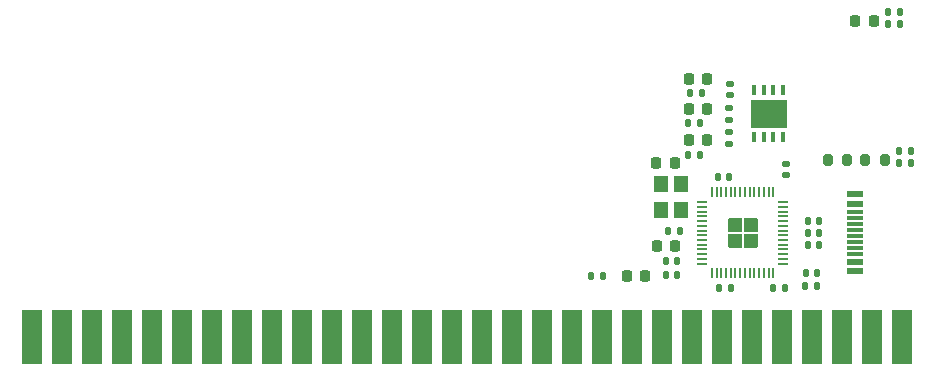
<source format=gbr>
%TF.GenerationSoftware,KiCad,Pcbnew,8.99.0-3258-g13625daeca*%
%TF.CreationDate,2025-03-11T23:12:25+01:00*%
%TF.ProjectId,anyesc,616e7965-7363-42e6-9b69-6361645f7063,V1.0*%
%TF.SameCoordinates,Original*%
%TF.FileFunction,Paste,Top*%
%TF.FilePolarity,Positive*%
%FSLAX46Y46*%
G04 Gerber Fmt 4.6, Leading zero omitted, Abs format (unit mm)*
G04 Created by KiCad (PCBNEW 8.99.0-3258-g13625daeca) date 2025-03-11 23:12:25*
%MOMM*%
%LPD*%
G01*
G04 APERTURE LIST*
G04 Aperture macros list*
%AMRoundRect*
0 Rectangle with rounded corners*
0 $1 Rounding radius*
0 $2 $3 $4 $5 $6 $7 $8 $9 X,Y pos of 4 corners*
0 Add a 4 corners polygon primitive as box body*
4,1,4,$2,$3,$4,$5,$6,$7,$8,$9,$2,$3,0*
0 Add four circle primitives for the rounded corners*
1,1,$1+$1,$2,$3*
1,1,$1+$1,$4,$5*
1,1,$1+$1,$6,$7*
1,1,$1+$1,$8,$9*
0 Add four rect primitives between the rounded corners*
20,1,$1+$1,$2,$3,$4,$5,0*
20,1,$1+$1,$4,$5,$6,$7,0*
20,1,$1+$1,$6,$7,$8,$9,0*
20,1,$1+$1,$8,$9,$2,$3,0*%
%AMFreePoly0*
4,1,19,0.563745,0.600348,0.608674,0.548497,0.619677,0.497915,0.619677,-0.497915,0.600348,-0.563745,0.548497,-0.608674,0.497915,-0.619677,-0.497915,-0.619677,-0.563745,-0.600348,-0.608674,-0.548497,-0.619677,-0.497915,-0.619677,0.397045,-0.600348,0.462875,-0.584014,0.483144,-0.483144,0.584014,-0.422927,0.616894,-0.397045,0.619677,0.497915,0.619677,0.563745,0.600348,0.563745,0.600348,
$1*%
%AMFreePoly1*
4,1,19,0.563745,0.600348,0.608674,0.548497,0.619677,0.497915,0.619677,-0.497915,0.600348,-0.563745,0.548497,-0.608674,0.497915,-0.619677,-0.397045,-0.619677,-0.462875,-0.600348,-0.483144,-0.584014,-0.584014,-0.483144,-0.616894,-0.422927,-0.619677,-0.397045,-0.619677,0.497915,-0.600348,0.563745,-0.548497,0.608674,-0.497915,0.619677,0.497915,0.619677,0.563745,0.600348,0.563745,0.600348,
$1*%
%AMFreePoly2*
4,1,19,0.462875,0.600348,0.483144,0.584014,0.584014,0.483144,0.616894,0.422927,0.619677,0.397045,0.619677,-0.497915,0.600348,-0.563745,0.548497,-0.608674,0.497915,-0.619677,-0.497915,-0.619677,-0.563745,-0.600348,-0.608674,-0.548497,-0.619677,-0.497915,-0.619677,0.497915,-0.600348,0.563745,-0.548497,0.608674,-0.497915,0.619677,0.397045,0.619677,0.462875,0.600348,0.462875,0.600348,
$1*%
%AMFreePoly3*
4,1,19,0.563745,0.600348,0.608674,0.548497,0.619677,0.497915,0.619677,-0.397045,0.600348,-0.462875,0.584014,-0.483144,0.483144,-0.584014,0.422927,-0.616894,0.397045,-0.619677,-0.497915,-0.619677,-0.563745,-0.600348,-0.608674,-0.548497,-0.619677,-0.497915,-0.619677,0.497915,-0.600348,0.563745,-0.548497,0.608674,-0.497915,0.619677,0.497915,0.619677,0.563745,0.600348,0.563745,0.600348,
$1*%
G04 Aperture macros list end*
%ADD10C,0.000000*%
%ADD11RoundRect,0.140000X0.170000X-0.140000X0.170000X0.140000X-0.170000X0.140000X-0.170000X-0.140000X0*%
%ADD12FreePoly0,270.000000*%
%ADD13FreePoly1,270.000000*%
%ADD14FreePoly2,270.000000*%
%ADD15FreePoly3,270.000000*%
%ADD16RoundRect,0.050000X-0.050000X0.387500X-0.050000X-0.387500X0.050000X-0.387500X0.050000X0.387500X0*%
%ADD17RoundRect,0.050000X-0.387500X0.050000X-0.387500X-0.050000X0.387500X-0.050000X0.387500X0.050000X0*%
%ADD18RoundRect,0.135000X0.185000X-0.135000X0.185000X0.135000X-0.185000X0.135000X-0.185000X-0.135000X0*%
%ADD19RoundRect,0.218750X0.218750X0.256250X-0.218750X0.256250X-0.218750X-0.256250X0.218750X-0.256250X0*%
%ADD20RoundRect,0.225000X0.225000X0.250000X-0.225000X0.250000X-0.225000X-0.250000X0.225000X-0.250000X0*%
%ADD21RoundRect,0.140000X-0.140000X-0.170000X0.140000X-0.170000X0.140000X0.170000X-0.140000X0.170000X0*%
%ADD22RoundRect,0.140000X0.140000X0.170000X-0.140000X0.170000X-0.140000X-0.170000X0.140000X-0.170000X0*%
%ADD23RoundRect,0.218750X-0.218750X-0.256250X0.218750X-0.256250X0.218750X0.256250X-0.218750X0.256250X0*%
%ADD24RoundRect,0.135000X0.135000X0.185000X-0.135000X0.185000X-0.135000X-0.185000X0.135000X-0.185000X0*%
%ADD25RoundRect,0.135000X-0.135000X-0.185000X0.135000X-0.185000X0.135000X0.185000X-0.135000X0.185000X0*%
%ADD26R,0.304800X0.863600*%
%ADD27R,3.098800X2.387600*%
%ADD28RoundRect,0.135000X-0.185000X0.135000X-0.185000X-0.135000X0.185000X-0.135000X0.185000X0.135000X0*%
%ADD29RoundRect,0.200000X-0.200000X-0.275000X0.200000X-0.275000X0.200000X0.275000X-0.200000X0.275000X0*%
%ADD30RoundRect,0.200000X0.200000X0.275000X-0.200000X0.275000X-0.200000X-0.275000X0.200000X-0.275000X0*%
%ADD31R,1.200000X1.400000*%
%ADD32RoundRect,0.225000X-0.225000X-0.250000X0.225000X-0.250000X0.225000X0.250000X-0.225000X0.250000X0*%
%ADD33R,1.651000X4.572000*%
%ADD34R,1.450000X0.600000*%
%ADD35R,1.450000X0.300000*%
G04 APERTURE END LIST*
D10*
%TO.C,U2*%
G36*
X172381000Y-102124800D02*
G01*
X171031600Y-102124800D01*
X171031600Y-99937200D01*
X172381000Y-99937200D01*
X172381000Y-102124800D01*
G37*
G36*
X173930400Y-102124800D02*
G01*
X172581000Y-102124800D01*
X172581000Y-99937200D01*
X173930400Y-99937200D01*
X173930400Y-102124800D01*
G37*
%TD*%
D11*
%TO.C,C14*%
X169178999Y-99479000D03*
X169178999Y-98519000D03*
%TD*%
D12*
%TO.C,U1*%
X170957000Y-110456000D03*
D13*
X169607000Y-110456000D03*
D14*
X170957000Y-111806000D03*
D15*
X169607000Y-111806000D03*
D16*
X172882000Y-107693500D03*
X172482000Y-107693500D03*
X172082000Y-107693500D03*
X171682000Y-107693500D03*
X171282000Y-107693500D03*
X170882000Y-107693500D03*
X170482000Y-107693500D03*
X170082000Y-107693500D03*
X169682000Y-107693500D03*
X169282000Y-107693500D03*
X168882000Y-107693500D03*
X168482000Y-107693500D03*
X168082000Y-107693500D03*
X167682000Y-107693500D03*
D17*
X166844500Y-108531000D03*
X166844500Y-108931000D03*
X166844500Y-109331000D03*
X166844500Y-109731000D03*
X166844500Y-110131000D03*
X166844500Y-110531000D03*
X166844500Y-110931000D03*
X166844500Y-111331000D03*
X166844500Y-111731000D03*
X166844500Y-112131000D03*
X166844500Y-112531000D03*
X166844500Y-112931000D03*
X166844500Y-113331000D03*
X166844500Y-113731000D03*
D16*
X167682000Y-114568500D03*
X168082000Y-114568500D03*
X168482000Y-114568500D03*
X168882000Y-114568500D03*
X169282000Y-114568500D03*
X169682000Y-114568500D03*
X170082000Y-114568500D03*
X170482000Y-114568500D03*
X170882000Y-114568500D03*
X171282000Y-114568500D03*
X171682000Y-114568500D03*
X172082000Y-114568500D03*
X172482000Y-114568500D03*
X172882000Y-114568500D03*
D17*
X173719500Y-113731000D03*
X173719500Y-113331000D03*
X173719500Y-112931000D03*
X173719500Y-112531000D03*
X173719500Y-112131000D03*
X173719500Y-111731000D03*
X173719500Y-111331000D03*
X173719500Y-110931000D03*
X173719500Y-110531000D03*
X173719500Y-110131000D03*
X173719500Y-109731000D03*
X173719500Y-109331000D03*
X173719500Y-108931000D03*
X173719500Y-108531000D03*
%TD*%
D18*
%TO.C,R8*%
X169164000Y-101602000D03*
X169164000Y-100582000D03*
%TD*%
D19*
%TO.C,D4*%
X167299500Y-100650000D03*
X165724500Y-100650000D03*
%TD*%
D20*
%TO.C,C13*%
X164525000Y-105175000D03*
X162975000Y-105175000D03*
%TD*%
D21*
%TO.C,C5*%
X172890000Y-115790000D03*
X173850000Y-115790000D03*
%TD*%
D22*
%TO.C,C8*%
X164716400Y-114681000D03*
X163756400Y-114681000D03*
%TD*%
D23*
%TO.C,D1*%
X179795999Y-93218000D03*
X181370999Y-93218000D03*
%TD*%
D19*
%TO.C,D3*%
X167299500Y-103240001D03*
X165724500Y-103240001D03*
%TD*%
D21*
%TO.C,C2*%
X175796000Y-111123216D03*
X176756000Y-111123216D03*
%TD*%
D24*
%TO.C,R9*%
X183644000Y-93472000D03*
X182624000Y-93472000D03*
%TD*%
D25*
%TO.C,R3*%
X183528000Y-104206000D03*
X184548000Y-104206000D03*
%TD*%
D26*
%TO.C,U2*%
X171280850Y-103050300D03*
X172080950Y-103050300D03*
X172881050Y-103050300D03*
X173681150Y-103050300D03*
D27*
X172481000Y-101031000D03*
D26*
X173681150Y-99011700D03*
X172881050Y-99011700D03*
X172080950Y-99011700D03*
X171280850Y-99011700D03*
%TD*%
D11*
%TO.C,C7*%
X173990000Y-106222800D03*
X173990000Y-105262800D03*
%TD*%
D24*
%TO.C,R2*%
X184548000Y-105222000D03*
X183528000Y-105222000D03*
%TD*%
D25*
%TO.C,R1*%
X182624000Y-92456000D03*
X183644000Y-92456000D03*
%TD*%
D24*
%TO.C,R12*%
X166693188Y-101861312D03*
X165673188Y-101861312D03*
%TD*%
D28*
%TO.C,R7*%
X169164000Y-102612001D03*
X169164000Y-103632001D03*
%TD*%
D29*
%TO.C,R4*%
X177498000Y-104968000D03*
X179148000Y-104968000D03*
%TD*%
D30*
%TO.C,R5*%
X182323000Y-104968000D03*
X180673000Y-104968000D03*
%TD*%
D22*
%TO.C,C6*%
X169278000Y-115790000D03*
X168318000Y-115790000D03*
%TD*%
D25*
%TO.C,R10*%
X157478000Y-114808000D03*
X158498000Y-114808000D03*
%TD*%
D21*
%TO.C,C11*%
X175643600Y-114554000D03*
X176603600Y-114554000D03*
%TD*%
D31*
%TO.C,Y1*%
X165040000Y-109230000D03*
X165040000Y-107030000D03*
X163340000Y-107030000D03*
X163340000Y-109230000D03*
%TD*%
D24*
%TO.C,R11*%
X166693188Y-104528312D03*
X165673188Y-104528312D03*
%TD*%
%TO.C,R13*%
X166820188Y-99321312D03*
X165800188Y-99321312D03*
%TD*%
D19*
%TO.C,D2*%
X162051999Y-114808000D03*
X160476999Y-114808000D03*
%TD*%
%TO.C,D5*%
X167299500Y-98059999D03*
X165724500Y-98059999D03*
%TD*%
D32*
%TO.C,C12*%
X163050000Y-112250000D03*
X164600000Y-112250000D03*
%TD*%
D33*
%TO.C,J3*%
X110124000Y-119954000D03*
X112664000Y-119954000D03*
X115204000Y-119954000D03*
X117744000Y-119954000D03*
X120284000Y-119954000D03*
X122824000Y-119954000D03*
X125364000Y-119954000D03*
X127904000Y-119954000D03*
X130444000Y-119954000D03*
X132984000Y-119954000D03*
X135524000Y-119954000D03*
X138064000Y-119954000D03*
X140604000Y-119954000D03*
X143144000Y-119954000D03*
X145684000Y-119954000D03*
X148224000Y-119954000D03*
X150764000Y-119954000D03*
X153304000Y-119954000D03*
X155844000Y-119954000D03*
X158384000Y-119954000D03*
X160924000Y-119954000D03*
X163464000Y-119954000D03*
X166004000Y-119954000D03*
X168544000Y-119954000D03*
X171084000Y-119954000D03*
X173624000Y-119954000D03*
X176164000Y-119954000D03*
X178704000Y-119954000D03*
X181244000Y-119954000D03*
X183784000Y-119954000D03*
%TD*%
D22*
%TO.C,C3*%
X164716400Y-113538000D03*
X163756400Y-113538000D03*
%TD*%
D21*
%TO.C,C10*%
X175796000Y-110107216D03*
X176756000Y-110107216D03*
%TD*%
D22*
%TO.C,C1*%
X169136000Y-106426000D03*
X168176000Y-106426000D03*
%TD*%
D21*
%TO.C,C9*%
X175592800Y-115620800D03*
X176552800Y-115620800D03*
%TD*%
D24*
%TO.C,R6*%
X165000400Y-110998000D03*
X163980400Y-110998000D03*
%TD*%
D34*
%TO.C,J1*%
X179799000Y-114379210D03*
X179799000Y-113579210D03*
D35*
X179799000Y-112379210D03*
X179799000Y-111379210D03*
X179799000Y-110879210D03*
X179799000Y-109879210D03*
D34*
X179799000Y-108679210D03*
X179799000Y-107879210D03*
X179799000Y-107879210D03*
X179799000Y-108679210D03*
D35*
X179799000Y-109379210D03*
X179799000Y-110379210D03*
X179799000Y-111879210D03*
X179799000Y-112879210D03*
D34*
X179799000Y-113579210D03*
X179799000Y-114379210D03*
%TD*%
D21*
%TO.C,C4*%
X175796000Y-112139216D03*
X176756000Y-112139216D03*
%TD*%
M02*

</source>
